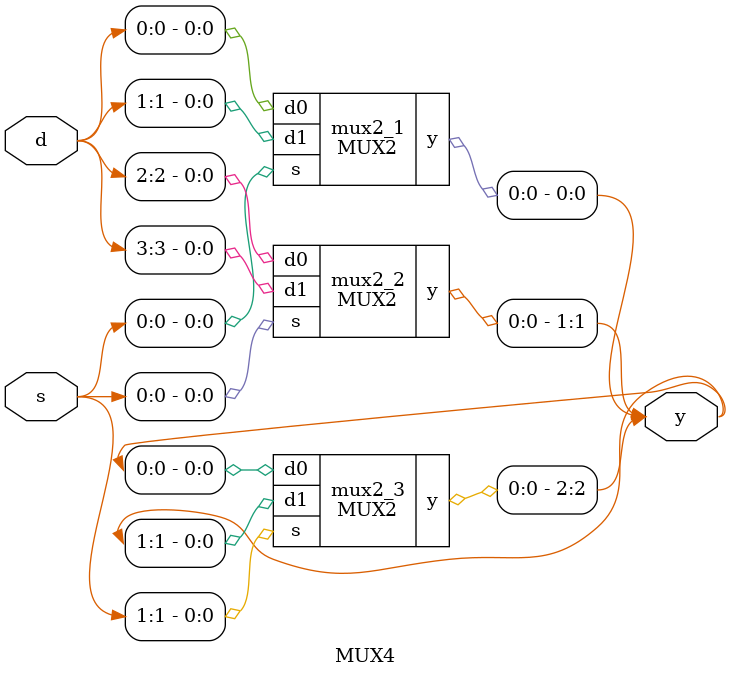
<source format=v>

module MUX2(
    output      y,
    input       d0,
    input       d1,
    input       s
);

    assign  y = s ? d1 : d0;

endmodule


// 메인 MUX, 3개의 2:1 MUX를 멤버로 활용
module MUX4(
    output  [2:0]   y,
    input   [3:0]   d,
    input   [1:0]   s
);

    // d0, d1, s0
    MUX2 mux2_1(
        .y      (y[0]   ),
        .d0     (d[0]   ),
        .d1     (d[1]   ),
        .s      (s[0]   )
    );

    // d2, d3, s0
    MUX2 mux2_2(
        .y      (y[1]   ),
        .d0     (d[2]   ),
        .d1     (d[3]   ),
        .s      (s[0]   )
    );

    // s1
    MUX2 mux2_3(
        .y      (y[2]   ),
        .d0     (y[0]   ),
        .d1     (y[1]   ),
        .s      (s[1]   )
    );

endmodule
</source>
